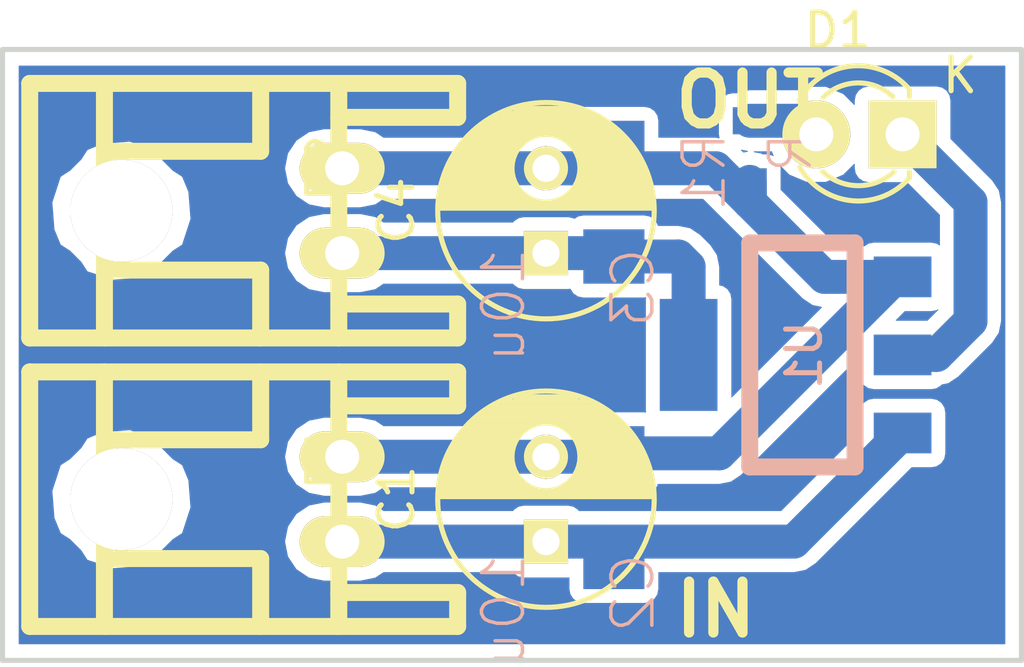
<source format=kicad_pcb>
(kicad_pcb (version 4) (host pcbnew 4.0.3-stable)

  (general
    (links 16)
    (no_connects 1)
    (area -8.075001 13.924999 22.075001 32.075001)
    (thickness 1.6)
    (drawings 6)
    (tracks 31)
    (zones 0)
    (modules 9)
    (nets 5)
  )

  (page A4)
  (layers
    (0 F.Cu signal)
    (31 B.Cu signal)
    (32 B.Adhes user)
    (33 F.Adhes user)
    (34 B.Paste user)
    (35 F.Paste user)
    (36 B.SilkS user)
    (37 F.SilkS user)
    (38 B.Mask user)
    (39 F.Mask user)
    (40 Dwgs.User user)
    (41 Cmts.User user)
    (42 Eco1.User user)
    (43 Eco2.User user)
    (44 Edge.Cuts user)
    (45 Margin user)
    (46 B.CrtYd user)
    (47 F.CrtYd user)
    (48 B.Fab user)
    (49 F.Fab user)
  )

  (setup
    (last_trace_width 1)
    (user_trace_width 0.5)
    (user_trace_width 1)
    (trace_clearance 0.2)
    (zone_clearance 0.4)
    (zone_45_only no)
    (trace_min 0.2)
    (segment_width 0.2)
    (edge_width 0.15)
    (via_size 0.6)
    (via_drill 0.4)
    (via_min_size 0.4)
    (via_min_drill 0.3)
    (user_via 1.2 0.8)
    (uvia_size 0.3)
    (uvia_drill 0.1)
    (uvias_allowed no)
    (uvia_min_size 0.2)
    (uvia_min_drill 0.1)
    (pcb_text_width 0.3)
    (pcb_text_size 1.5 1.5)
    (mod_edge_width 0.15)
    (mod_text_size 1 1)
    (mod_text_width 0.15)
    (pad_size 1.524 1.524)
    (pad_drill 0.762)
    (pad_to_mask_clearance 0.2)
    (aux_axis_origin 0 0)
    (visible_elements 7FFFFFFF)
    (pcbplotparams
      (layerselection 0x01000_80000000)
      (usegerberextensions false)
      (excludeedgelayer true)
      (linewidth 0.100000)
      (plotframeref false)
      (viasonmask false)
      (mode 1)
      (useauxorigin false)
      (hpglpennumber 1)
      (hpglpenspeed 20)
      (hpglpendiameter 15)
      (hpglpenoverlay 2)
      (psnegative false)
      (psa4output false)
      (plotreference true)
      (plotvalue true)
      (plotinvisibletext false)
      (padsonsilk false)
      (subtractmaskfromsilk false)
      (outputformat 1)
      (mirror false)
      (drillshape 0)
      (scaleselection 1)
      (outputdirectory ""))
  )

  (net 0 "")
  (net 1 "Net-(C1-Pad2)")
  (net 2 "Net-(C1-Pad1)")
  (net 3 "Net-(C3-Pad1)")
  (net 4 "Net-(D1-Pad2)")

  (net_class Default "これは標準のネット クラスです。"
    (clearance 0.2)
    (trace_width 0.25)
    (via_dia 0.6)
    (via_drill 0.4)
    (uvia_dia 0.3)
    (uvia_drill 0.1)
    (add_net "Net-(C1-Pad1)")
    (add_net "Net-(C1-Pad2)")
    (add_net "Net-(C3-Pad1)")
    (add_net "Net-(D1-Pad2)")
  )

  (module Capacitors_ThroughHole:C_Radial_D6.3_L11.2_P2.5 (layer F.Cu) (tedit 0) (tstamp 57D75393)
    (at 8 28.5 90)
    (descr "Radial Electrolytic Capacitor, Diameter 6.3mm x Length 11.2mm, Pitch 2.5mm")
    (tags "Electrolytic Capacitor")
    (path /57D75BD1)
    (fp_text reference C1 (at 1.25 -4.4 90) (layer F.SilkS)
      (effects (font (size 1 1) (thickness 0.15)))
    )
    (fp_text value 100u (at 1.25 4.4 90) (layer F.Fab)
      (effects (font (size 1 1) (thickness 0.15)))
    )
    (fp_line (start 1.325 -3.149) (end 1.325 3.149) (layer F.SilkS) (width 0.15))
    (fp_line (start 1.465 -3.143) (end 1.465 3.143) (layer F.SilkS) (width 0.15))
    (fp_line (start 1.605 -3.13) (end 1.605 -0.446) (layer F.SilkS) (width 0.15))
    (fp_line (start 1.605 0.446) (end 1.605 3.13) (layer F.SilkS) (width 0.15))
    (fp_line (start 1.745 -3.111) (end 1.745 -0.656) (layer F.SilkS) (width 0.15))
    (fp_line (start 1.745 0.656) (end 1.745 3.111) (layer F.SilkS) (width 0.15))
    (fp_line (start 1.885 -3.085) (end 1.885 -0.789) (layer F.SilkS) (width 0.15))
    (fp_line (start 1.885 0.789) (end 1.885 3.085) (layer F.SilkS) (width 0.15))
    (fp_line (start 2.025 -3.053) (end 2.025 -0.88) (layer F.SilkS) (width 0.15))
    (fp_line (start 2.025 0.88) (end 2.025 3.053) (layer F.SilkS) (width 0.15))
    (fp_line (start 2.165 -3.014) (end 2.165 -0.942) (layer F.SilkS) (width 0.15))
    (fp_line (start 2.165 0.942) (end 2.165 3.014) (layer F.SilkS) (width 0.15))
    (fp_line (start 2.305 -2.968) (end 2.305 -0.981) (layer F.SilkS) (width 0.15))
    (fp_line (start 2.305 0.981) (end 2.305 2.968) (layer F.SilkS) (width 0.15))
    (fp_line (start 2.445 -2.915) (end 2.445 -0.998) (layer F.SilkS) (width 0.15))
    (fp_line (start 2.445 0.998) (end 2.445 2.915) (layer F.SilkS) (width 0.15))
    (fp_line (start 2.585 -2.853) (end 2.585 -0.996) (layer F.SilkS) (width 0.15))
    (fp_line (start 2.585 0.996) (end 2.585 2.853) (layer F.SilkS) (width 0.15))
    (fp_line (start 2.725 -2.783) (end 2.725 -0.974) (layer F.SilkS) (width 0.15))
    (fp_line (start 2.725 0.974) (end 2.725 2.783) (layer F.SilkS) (width 0.15))
    (fp_line (start 2.865 -2.704) (end 2.865 -0.931) (layer F.SilkS) (width 0.15))
    (fp_line (start 2.865 0.931) (end 2.865 2.704) (layer F.SilkS) (width 0.15))
    (fp_line (start 3.005 -2.616) (end 3.005 -0.863) (layer F.SilkS) (width 0.15))
    (fp_line (start 3.005 0.863) (end 3.005 2.616) (layer F.SilkS) (width 0.15))
    (fp_line (start 3.145 -2.516) (end 3.145 -0.764) (layer F.SilkS) (width 0.15))
    (fp_line (start 3.145 0.764) (end 3.145 2.516) (layer F.SilkS) (width 0.15))
    (fp_line (start 3.285 -2.404) (end 3.285 -0.619) (layer F.SilkS) (width 0.15))
    (fp_line (start 3.285 0.619) (end 3.285 2.404) (layer F.SilkS) (width 0.15))
    (fp_line (start 3.425 -2.279) (end 3.425 -0.38) (layer F.SilkS) (width 0.15))
    (fp_line (start 3.425 0.38) (end 3.425 2.279) (layer F.SilkS) (width 0.15))
    (fp_line (start 3.565 -2.136) (end 3.565 2.136) (layer F.SilkS) (width 0.15))
    (fp_line (start 3.705 -1.974) (end 3.705 1.974) (layer F.SilkS) (width 0.15))
    (fp_line (start 3.845 -1.786) (end 3.845 1.786) (layer F.SilkS) (width 0.15))
    (fp_line (start 3.985 -1.563) (end 3.985 1.563) (layer F.SilkS) (width 0.15))
    (fp_line (start 4.125 -1.287) (end 4.125 1.287) (layer F.SilkS) (width 0.15))
    (fp_line (start 4.265 -0.912) (end 4.265 0.912) (layer F.SilkS) (width 0.15))
    (fp_circle (center 2.5 0) (end 2.5 -1) (layer F.SilkS) (width 0.15))
    (fp_circle (center 1.25 0) (end 1.25 -3.1875) (layer F.SilkS) (width 0.15))
    (fp_circle (center 1.25 0) (end 1.25 -3.4) (layer F.CrtYd) (width 0.05))
    (pad 2 thru_hole circle (at 2.5 0 90) (size 1.3 1.3) (drill 0.8) (layers *.Cu *.Mask F.SilkS)
      (net 1 "Net-(C1-Pad2)"))
    (pad 1 thru_hole rect (at 0 0 90) (size 1.3 1.3) (drill 0.8) (layers *.Cu *.Mask F.SilkS)
      (net 2 "Net-(C1-Pad1)"))
    (model Capacitors_ThroughHole.3dshapes/C_Radial_D6.3_L11.2_P2.5.wrl
      (at (xyz 0 0 0))
      (scale (xyz 1 1 1))
      (rotate (xyz 0 0 0))
    )
  )

  (module RP_KiCAD_Libs:C3216 (layer B.Cu) (tedit 0) (tstamp 57D75399)
    (at 10 27.5 90)
    (descr <b>CAPACITOR</b>)
    (path /57D75885)
    (fp_text reference C2 (at -1.27 1.27 90) (layer B.SilkS)
      (effects (font (size 1.2065 1.2065) (thickness 0.1016)) (justify left bottom mirror))
    )
    (fp_text value 10u (at -1.27 -2.54 90) (layer B.SilkS)
      (effects (font (size 1.2065 1.2065) (thickness 0.1016)) (justify left bottom mirror))
    )
    (fp_line (start -0.965 0.787) (end 0.965 0.787) (layer Dwgs.User) (width 0.1016))
    (fp_line (start -0.965 -0.787) (end 0.965 -0.787) (layer Dwgs.User) (width 0.1016))
    (fp_poly (pts (xy -1.7018 -0.8509) (xy -0.9517 -0.8509) (xy -0.9517 0.8491) (xy -1.7018 0.8491)) (layer Dwgs.User) (width 0))
    (fp_poly (pts (xy 0.9517 -0.8491) (xy 1.7018 -0.8491) (xy 1.7018 0.8509) (xy 0.9517 0.8509)) (layer Dwgs.User) (width 0))
    (fp_poly (pts (xy -0.3 -0.5001) (xy 0.3 -0.5001) (xy 0.3 0.5001) (xy -0.3 0.5001)) (layer B.Adhes) (width 0))
    (pad 1 smd rect (at -1.6 0 90) (size 1.6 1.8) (layers B.Cu B.Paste B.Mask)
      (net 2 "Net-(C1-Pad1)"))
    (pad 2 smd rect (at 1.6 0 90) (size 1.6 1.8) (layers B.Cu B.Paste B.Mask)
      (net 1 "Net-(C1-Pad2)"))
    (model Resistors_SMD.3dshapes/R_1206.wrl
      (at (xyz 0 0 0))
      (scale (xyz 1 1 1))
      (rotate (xyz 0 0 0))
    )
  )

  (module RP_KiCAD_Libs:C3216 (layer B.Cu) (tedit 0) (tstamp 57D7539F)
    (at 10 18.5 90)
    (descr <b>CAPACITOR</b>)
    (path /57D75B53)
    (fp_text reference C3 (at -1.27 1.27 90) (layer B.SilkS)
      (effects (font (size 1.2065 1.2065) (thickness 0.1016)) (justify left bottom mirror))
    )
    (fp_text value 10u (at -1.27 -2.54 90) (layer B.SilkS)
      (effects (font (size 1.2065 1.2065) (thickness 0.1016)) (justify left bottom mirror))
    )
    (fp_line (start -0.965 0.787) (end 0.965 0.787) (layer Dwgs.User) (width 0.1016))
    (fp_line (start -0.965 -0.787) (end 0.965 -0.787) (layer Dwgs.User) (width 0.1016))
    (fp_poly (pts (xy -1.7018 -0.8509) (xy -0.9517 -0.8509) (xy -0.9517 0.8491) (xy -1.7018 0.8491)) (layer Dwgs.User) (width 0))
    (fp_poly (pts (xy 0.9517 -0.8491) (xy 1.7018 -0.8491) (xy 1.7018 0.8509) (xy 0.9517 0.8509)) (layer Dwgs.User) (width 0))
    (fp_poly (pts (xy -0.3 -0.5001) (xy 0.3 -0.5001) (xy 0.3 0.5001) (xy -0.3 0.5001)) (layer B.Adhes) (width 0))
    (pad 1 smd rect (at -1.6 0 90) (size 1.6 1.8) (layers B.Cu B.Paste B.Mask)
      (net 3 "Net-(C3-Pad1)"))
    (pad 2 smd rect (at 1.6 0 90) (size 1.6 1.8) (layers B.Cu B.Paste B.Mask)
      (net 1 "Net-(C1-Pad2)"))
    (model Resistors_SMD.3dshapes/R_1206.wrl
      (at (xyz 0 0 0))
      (scale (xyz 1 1 1))
      (rotate (xyz 0 0 0))
    )
  )

  (module Capacitors_ThroughHole:C_Radial_D6.3_L11.2_P2.5 (layer F.Cu) (tedit 0) (tstamp 57D753A5)
    (at 8 20 90)
    (descr "Radial Electrolytic Capacitor, Diameter 6.3mm x Length 11.2mm, Pitch 2.5mm")
    (tags "Electrolytic Capacitor")
    (path /57D7581C)
    (fp_text reference C4 (at 1.25 -4.4 90) (layer F.SilkS)
      (effects (font (size 1 1) (thickness 0.15)))
    )
    (fp_text value 100u (at 1.25 4.4 90) (layer F.Fab)
      (effects (font (size 1 1) (thickness 0.15)))
    )
    (fp_line (start 1.325 -3.149) (end 1.325 3.149) (layer F.SilkS) (width 0.15))
    (fp_line (start 1.465 -3.143) (end 1.465 3.143) (layer F.SilkS) (width 0.15))
    (fp_line (start 1.605 -3.13) (end 1.605 -0.446) (layer F.SilkS) (width 0.15))
    (fp_line (start 1.605 0.446) (end 1.605 3.13) (layer F.SilkS) (width 0.15))
    (fp_line (start 1.745 -3.111) (end 1.745 -0.656) (layer F.SilkS) (width 0.15))
    (fp_line (start 1.745 0.656) (end 1.745 3.111) (layer F.SilkS) (width 0.15))
    (fp_line (start 1.885 -3.085) (end 1.885 -0.789) (layer F.SilkS) (width 0.15))
    (fp_line (start 1.885 0.789) (end 1.885 3.085) (layer F.SilkS) (width 0.15))
    (fp_line (start 2.025 -3.053) (end 2.025 -0.88) (layer F.SilkS) (width 0.15))
    (fp_line (start 2.025 0.88) (end 2.025 3.053) (layer F.SilkS) (width 0.15))
    (fp_line (start 2.165 -3.014) (end 2.165 -0.942) (layer F.SilkS) (width 0.15))
    (fp_line (start 2.165 0.942) (end 2.165 3.014) (layer F.SilkS) (width 0.15))
    (fp_line (start 2.305 -2.968) (end 2.305 -0.981) (layer F.SilkS) (width 0.15))
    (fp_line (start 2.305 0.981) (end 2.305 2.968) (layer F.SilkS) (width 0.15))
    (fp_line (start 2.445 -2.915) (end 2.445 -0.998) (layer F.SilkS) (width 0.15))
    (fp_line (start 2.445 0.998) (end 2.445 2.915) (layer F.SilkS) (width 0.15))
    (fp_line (start 2.585 -2.853) (end 2.585 -0.996) (layer F.SilkS) (width 0.15))
    (fp_line (start 2.585 0.996) (end 2.585 2.853) (layer F.SilkS) (width 0.15))
    (fp_line (start 2.725 -2.783) (end 2.725 -0.974) (layer F.SilkS) (width 0.15))
    (fp_line (start 2.725 0.974) (end 2.725 2.783) (layer F.SilkS) (width 0.15))
    (fp_line (start 2.865 -2.704) (end 2.865 -0.931) (layer F.SilkS) (width 0.15))
    (fp_line (start 2.865 0.931) (end 2.865 2.704) (layer F.SilkS) (width 0.15))
    (fp_line (start 3.005 -2.616) (end 3.005 -0.863) (layer F.SilkS) (width 0.15))
    (fp_line (start 3.005 0.863) (end 3.005 2.616) (layer F.SilkS) (width 0.15))
    (fp_line (start 3.145 -2.516) (end 3.145 -0.764) (layer F.SilkS) (width 0.15))
    (fp_line (start 3.145 0.764) (end 3.145 2.516) (layer F.SilkS) (width 0.15))
    (fp_line (start 3.285 -2.404) (end 3.285 -0.619) (layer F.SilkS) (width 0.15))
    (fp_line (start 3.285 0.619) (end 3.285 2.404) (layer F.SilkS) (width 0.15))
    (fp_line (start 3.425 -2.279) (end 3.425 -0.38) (layer F.SilkS) (width 0.15))
    (fp_line (start 3.425 0.38) (end 3.425 2.279) (layer F.SilkS) (width 0.15))
    (fp_line (start 3.565 -2.136) (end 3.565 2.136) (layer F.SilkS) (width 0.15))
    (fp_line (start 3.705 -1.974) (end 3.705 1.974) (layer F.SilkS) (width 0.15))
    (fp_line (start 3.845 -1.786) (end 3.845 1.786) (layer F.SilkS) (width 0.15))
    (fp_line (start 3.985 -1.563) (end 3.985 1.563) (layer F.SilkS) (width 0.15))
    (fp_line (start 4.125 -1.287) (end 4.125 1.287) (layer F.SilkS) (width 0.15))
    (fp_line (start 4.265 -0.912) (end 4.265 0.912) (layer F.SilkS) (width 0.15))
    (fp_circle (center 2.5 0) (end 2.5 -1) (layer F.SilkS) (width 0.15))
    (fp_circle (center 1.25 0) (end 1.25 -3.1875) (layer F.SilkS) (width 0.15))
    (fp_circle (center 1.25 0) (end 1.25 -3.4) (layer F.CrtYd) (width 0.05))
    (pad 2 thru_hole circle (at 2.5 0 90) (size 1.3 1.3) (drill 0.8) (layers *.Cu *.Mask F.SilkS)
      (net 1 "Net-(C1-Pad2)"))
    (pad 1 thru_hole rect (at 0 0 90) (size 1.3 1.3) (drill 0.8) (layers *.Cu *.Mask F.SilkS)
      (net 3 "Net-(C3-Pad1)"))
    (model Capacitors_ThroughHole.3dshapes/C_Radial_D6.3_L11.2_P2.5.wrl
      (at (xyz 0 0 0))
      (scale (xyz 1 1 1))
      (rotate (xyz 0 0 0))
    )
  )

  (module RP_KiCAD_Connector:XA_2LC (layer F.Cu) (tedit 5763B232) (tstamp 57D753AC)
    (at 2 26 270)
    (path /57D758C6)
    (fp_text reference P1 (at 0 0.5 270) (layer F.SilkS)
      (effects (font (size 1 1) (thickness 0.15)))
    )
    (fp_text value CONN_01X02 (at 0 -0.5 270) (layer F.Fab)
      (effects (font (size 1 1) (thickness 0.15)))
    )
    (fp_line (start -1.5 -3.4) (end -2.5 -3.4) (layer F.SilkS) (width 0.5))
    (fp_line (start 5 -3.4) (end 4 -3.4) (layer F.SilkS) (width 0.5))
    (fp_line (start 4 -3.4) (end 4 0.1) (layer F.SilkS) (width 0.5))
    (fp_line (start -1.5 -3.4) (end -1.5 0.1) (layer F.SilkS) (width 0.5))
    (fp_line (start 3 2.4) (end 5 2.4) (layer F.SilkS) (width 0.5))
    (fp_line (start -0.5 2.4) (end -2.5 2.4) (layer F.SilkS) (width 0.5))
    (fp_line (start 3 2.4) (end 3 7) (layer F.SilkS) (width 0.5))
    (fp_line (start -0.5 2.4) (end -0.5 7) (layer F.SilkS) (width 0.5))
    (fp_line (start -2.5 0.1) (end 5 0.1) (layer F.SilkS) (width 0.5))
    (fp_line (start -2.5 7) (end 5 7) (layer F.SilkS) (width 0.5))
    (fp_line (start -2.5 9.2) (end 5 9.2) (layer F.SilkS) (width 0.5))
    (fp_line (start 5 -3.4) (end 5 9.2) (layer F.SilkS) (width 0.5))
    (fp_line (start -2.5 -3.4) (end -2.5 9.2) (layer F.SilkS) (width 0.5))
    (pad 1 thru_hole oval (at 0 0 270) (size 1.5 2.5) (drill 1) (layers *.Cu *.Mask F.SilkS)
      (net 1 "Net-(C1-Pad2)"))
    (pad 2 thru_hole oval (at 2.5 0 270) (size 1.5 2.5) (drill 1) (layers *.Cu *.Mask F.SilkS)
      (net 2 "Net-(C1-Pad1)"))
    (pad "" thru_hole circle (at 1.25 6.5 270) (size 3 3) (drill 3) (layers *.Cu *.Mask F.SilkS)
      (clearance -0.3))
    (model conn_XA/XA_2S.wrl
      (at (xyz 0.05 -0.2 0))
      (scale (xyz 4 4 4))
      (rotate (xyz 0 0 180))
    )
  )

  (module RP_KiCAD_Connector:XA_2LC (layer F.Cu) (tedit 5763B232) (tstamp 57D753B3)
    (at 2 17.5 270)
    (path /57D75925)
    (fp_text reference P2 (at 0 0.5 270) (layer F.SilkS)
      (effects (font (size 1 1) (thickness 0.15)))
    )
    (fp_text value CONN_01X02 (at 0 -0.5 270) (layer F.Fab)
      (effects (font (size 1 1) (thickness 0.15)))
    )
    (fp_line (start -1.5 -3.4) (end -2.5 -3.4) (layer F.SilkS) (width 0.5))
    (fp_line (start 5 -3.4) (end 4 -3.4) (layer F.SilkS) (width 0.5))
    (fp_line (start 4 -3.4) (end 4 0.1) (layer F.SilkS) (width 0.5))
    (fp_line (start -1.5 -3.4) (end -1.5 0.1) (layer F.SilkS) (width 0.5))
    (fp_line (start 3 2.4) (end 5 2.4) (layer F.SilkS) (width 0.5))
    (fp_line (start -0.5 2.4) (end -2.5 2.4) (layer F.SilkS) (width 0.5))
    (fp_line (start 3 2.4) (end 3 7) (layer F.SilkS) (width 0.5))
    (fp_line (start -0.5 2.4) (end -0.5 7) (layer F.SilkS) (width 0.5))
    (fp_line (start -2.5 0.1) (end 5 0.1) (layer F.SilkS) (width 0.5))
    (fp_line (start -2.5 7) (end 5 7) (layer F.SilkS) (width 0.5))
    (fp_line (start -2.5 9.2) (end 5 9.2) (layer F.SilkS) (width 0.5))
    (fp_line (start 5 -3.4) (end 5 9.2) (layer F.SilkS) (width 0.5))
    (fp_line (start -2.5 -3.4) (end -2.5 9.2) (layer F.SilkS) (width 0.5))
    (pad 1 thru_hole oval (at 0 0 270) (size 1.5 2.5) (drill 1) (layers *.Cu *.Mask F.SilkS)
      (net 1 "Net-(C1-Pad2)"))
    (pad 2 thru_hole oval (at 2.5 0 270) (size 1.5 2.5) (drill 1) (layers *.Cu *.Mask F.SilkS)
      (net 3 "Net-(C3-Pad1)"))
    (pad "" thru_hole circle (at 1.25 6.5 270) (size 3 3) (drill 3) (layers *.Cu *.Mask F.SilkS)
      (clearance -0.3))
    (model conn_XA/XA_2S.wrl
      (at (xyz 0.05 -0.2 0))
      (scale (xyz 4 4 4))
      (rotate (xyz 0 0 180))
    )
  )

  (module TO_SOT_Packages_SMD:SOT-223_reg (layer B.Cu) (tedit 57D7553B) (tstamp 57D75606)
    (at 18.5 23 270)
    (path /57D757F5)
    (fp_text reference U1 (at 0 2.9 270) (layer B.SilkS)
      (effects (font (size 1 1) (thickness 0.15)) (justify mirror))
    )
    (fp_text value NCP1117ST50T3G (at 0 -1.7 270) (layer B.Fab)
      (effects (font (size 1 1) (thickness 0.15)) (justify mirror))
    )
    (fp_line (start 3.3 4.5) (end 3.3 1.4) (layer B.SilkS) (width 0.5))
    (fp_line (start -3.3 4.5) (end -3.3 1.4) (layer B.SilkS) (width 0.5))
    (fp_line (start -3.3 1.4) (end 3.3 1.4) (layer B.SilkS) (width 0.5))
    (fp_line (start -3.3 4.5) (end 3.3 4.5) (layer B.SilkS) (width 0.5))
    (pad 1 smd rect (at -2.3 0 270) (size 1.2 1.7) (layers B.Cu B.Paste B.Mask)
      (net 1 "Net-(C1-Pad2)"))
    (pad 2 smd rect (at 0 0 270) (size 1.2 1.7) (layers B.Cu B.Paste B.Mask)
      (net 3 "Net-(C3-Pad1)"))
    (pad 3 smd rect (at 2.3 0 270) (size 1.2 1.7) (layers B.Cu B.Paste B.Mask)
      (net 2 "Net-(C1-Pad1)"))
    (pad 2 smd rect (at 0 6.3 270) (size 3.3 1.7) (layers B.Cu B.Paste B.Mask)
      (net 3 "Net-(C3-Pad1)"))
    (model TO_SOT_Packages_SMD.3dshapes/SOT-223.wrl
      (at (xyz 0 0.12 0))
      (scale (xyz 0.39 0.39 0.39))
      (rotate (xyz 0 0 0))
    )
  )

  (module LEDs:LED-3MM (layer F.Cu) (tedit 559B82F6) (tstamp 57D7569D)
    (at 18.5 16.5 180)
    (descr "LED 3mm round vertical")
    (tags "LED  3mm round vertical")
    (path /57D76330)
    (fp_text reference D1 (at 1.91 3.06 180) (layer F.SilkS)
      (effects (font (size 1 1) (thickness 0.15)))
    )
    (fp_text value LED (at 1.3 -2.9 180) (layer F.Fab)
      (effects (font (size 1 1) (thickness 0.15)))
    )
    (fp_line (start -1.2 2.3) (end 3.8 2.3) (layer F.CrtYd) (width 0.05))
    (fp_line (start 3.8 2.3) (end 3.8 -2.2) (layer F.CrtYd) (width 0.05))
    (fp_line (start 3.8 -2.2) (end -1.2 -2.2) (layer F.CrtYd) (width 0.05))
    (fp_line (start -1.2 -2.2) (end -1.2 2.3) (layer F.CrtYd) (width 0.05))
    (fp_line (start -0.199 1.314) (end -0.199 1.114) (layer F.SilkS) (width 0.15))
    (fp_line (start -0.199 -1.28) (end -0.199 -1.1) (layer F.SilkS) (width 0.15))
    (fp_arc (start 1.301 0.034) (end -0.199 -1.286) (angle 108.5) (layer F.SilkS) (width 0.15))
    (fp_arc (start 1.301 0.034) (end 0.25 -1.1) (angle 85.7) (layer F.SilkS) (width 0.15))
    (fp_arc (start 1.311 0.034) (end 3.051 0.994) (angle 110) (layer F.SilkS) (width 0.15))
    (fp_arc (start 1.301 0.034) (end 2.335 1.094) (angle 87.5) (layer F.SilkS) (width 0.15))
    (fp_text user K (at -1.69 1.74 180) (layer F.SilkS)
      (effects (font (size 1 1) (thickness 0.15)))
    )
    (pad 1 thru_hole rect (at 0 0 270) (size 2 2) (drill 1.00076) (layers *.Cu *.Mask F.SilkS)
      (net 3 "Net-(C3-Pad1)"))
    (pad 2 thru_hole circle (at 2.54 0 180) (size 2 2) (drill 1.00076) (layers *.Cu *.Mask F.SilkS)
      (net 4 "Net-(D1-Pad2)"))
    (model LEDs.3dshapes/LED-3MM.wrl
      (at (xyz 0.05 0 0))
      (scale (xyz 1 1 1))
      (rotate (xyz 0 0 90))
    )
  )

  (module RP_KiCAD_Libs:C1608_WP (layer B.Cu) (tedit 57C3E677) (tstamp 57D756A3)
    (at 14 17 270)
    (descr <b>CAPACITOR</b>)
    (path /57D7636F)
    (fp_text reference R1 (at -0.635 0.635 270) (layer B.SilkS)
      (effects (font (size 1.2065 1.2065) (thickness 0.1016)) (justify left bottom mirror))
    )
    (fp_text value R (at -0.635 -1.905 270) (layer B.SilkS)
      (effects (font (size 1.2065 1.2065) (thickness 0.1016)) (justify left bottom mirror))
    )
    (fp_line (start -0.356 0.432) (end 0.356 0.432) (layer Dwgs.User) (width 0.1016))
    (fp_line (start -0.356 -0.419) (end 0.356 -0.419) (layer Dwgs.User) (width 0.1016))
    (fp_poly (pts (xy -0.8382 -0.4699) (xy -0.3381 -0.4699) (xy -0.3381 0.4801) (xy -0.8382 0.4801)) (layer Dwgs.User) (width 0))
    (fp_poly (pts (xy 0.3302 -0.4699) (xy 0.8303 -0.4699) (xy 0.8303 0.4801) (xy 0.3302 0.4801)) (layer Dwgs.User) (width 0))
    (fp_poly (pts (xy -0.1999 -0.3) (xy 0.1999 -0.3) (xy 0.1999 0.3) (xy -0.1999 0.3)) (layer B.Adhes) (width 0))
    (pad 1 smd rect (at -0.9 0 270) (size 0.8 1) (layers B.Cu B.Paste B.Mask)
      (net 4 "Net-(D1-Pad2)"))
    (pad 2 smd rect (at 0.9 0 270) (size 0.8 1) (layers B.Cu B.Paste B.Mask)
      (net 1 "Net-(C1-Pad2)"))
    (model Resistors_SMD.3dshapes/R_0603.wrl
      (at (xyz 0 0 0))
      (scale (xyz 1 1 1))
      (rotate (xyz 0 0 0))
    )
  )

  (gr_text OUT (at 14 15.5) (layer F.SilkS)
    (effects (font (size 1.5 1.5) (thickness 0.3)))
  )
  (gr_text IN (at 13 30.5) (layer F.SilkS)
    (effects (font (size 1.5 1.5) (thickness 0.3)))
  )
  (gr_line (start 22 14) (end 22 32) (angle 90) (layer Edge.Cuts) (width 0.15))
  (gr_line (start 22 14) (end -8 14) (angle 90) (layer Edge.Cuts) (width 0.15))
  (gr_line (start -8 32) (end 22 32) (angle 90) (layer Edge.Cuts) (width 0.15))
  (gr_line (start -8 14) (end -8 32) (angle 90) (layer Edge.Cuts) (width 0.15))

  (segment (start 14 18.5) (end 14 17.9) (width 1) (layer B.Cu) (net 1) (status 800000))
  (segment (start 8 17.5) (end 13 17.5) (width 1) (layer B.Cu) (net 1))
  (segment (start 16.2 20.7) (end 18.5 20.7) (width 1) (layer B.Cu) (net 1) (tstamp 57D75702))
  (segment (start 13 17.5) (end 14 18.5) (width 1) (layer B.Cu) (net 1) (tstamp 57D75701))
  (segment (start 14 18.5) (end 16.2 20.7) (width 1) (layer B.Cu) (net 1) (tstamp 57D75713))
  (segment (start 18.5 20.7) (end 18.3 20.7) (width 1) (layer B.Cu) (net 1))
  (segment (start 18.3 20.7) (end 13.1 25.9) (width 1) (layer B.Cu) (net 1) (tstamp 57D75636))
  (segment (start 13.1 25.9) (end 10 25.9) (width 1) (layer B.Cu) (net 1) (tstamp 57D75637))
  (segment (start 8 26) (end 9.9 26) (width 1) (layer B.Cu) (net 1))
  (segment (start 9.9 26) (end 10 25.9) (width 1) (layer B.Cu) (net 1) (tstamp 57D7562A))
  (segment (start 8 17.5) (end 9.4 17.5) (width 1) (layer B.Cu) (net 1))
  (segment (start 9.4 17.5) (end 10 16.9) (width 1) (layer B.Cu) (net 1) (tstamp 57D75580))
  (segment (start 2 17.5) (end 8 17.5) (width 1) (layer B.Cu) (net 1))
  (segment (start 2 26) (end 8 26) (width 1) (layer B.Cu) (net 1))
  (segment (start 8 28.5) (end 15.3 28.5) (width 1) (layer B.Cu) (net 2))
  (segment (start 15.3 28.5) (end 18.5 25.3) (width 1) (layer B.Cu) (net 2) (tstamp 57D75630))
  (segment (start 8 28.5) (end 9.4 28.5) (width 1) (layer B.Cu) (net 2))
  (segment (start 9.4 28.5) (end 10 29.1) (width 1) (layer B.Cu) (net 2) (tstamp 57D7562D))
  (segment (start 2 28.5) (end 8 28.5) (width 1) (layer B.Cu) (net 2))
  (segment (start 18.5 23) (end 19.5 23) (width 1) (layer B.Cu) (net 3))
  (segment (start 20.5 18.5) (end 18.5 16.5) (width 1) (layer B.Cu) (net 3) (tstamp 57D756CC))
  (segment (start 20.5 22) (end 20.5 18.5) (width 1) (layer B.Cu) (net 3) (tstamp 57D756CB))
  (segment (start 19.5 23) (end 20.5 22) (width 1) (layer B.Cu) (net 3) (tstamp 57D756CA))
  (segment (start 12.2 23) (end 12.2 20.4) (width 1) (layer B.Cu) (net 3))
  (segment (start 12.2 20.4) (end 11.9 20.1) (width 1) (layer B.Cu) (net 3) (tstamp 57D7560D))
  (segment (start 10 20.1) (end 11.9 20.1) (width 1) (layer B.Cu) (net 3))
  (segment (start 8 20) (end 9.9 20) (width 1) (layer B.Cu) (net 3))
  (segment (start 9.9 20) (end 10 20.1) (width 1) (layer B.Cu) (net 3) (tstamp 57D7557D))
  (segment (start 2 20) (end 8 20) (width 1) (layer B.Cu) (net 3))
  (segment (start 14 16.1) (end 15.56 16.1) (width 1) (layer B.Cu) (net 4) (status C00000))
  (segment (start 15.56 16.1) (end 15.96 16.5) (width 1) (layer B.Cu) (net 4) (tstamp 57D7570D) (status C00000))

  (zone (net 0) (net_name "") (layer B.Cu) (tstamp 57D755D0) (hatch edge 0.508)
    (connect_pads (clearance 0.4))
    (min_thickness 0.026)
    (fill yes (arc_segments 16) (thermal_gap 0.508) (thermal_bridge_width 0.508))
    (polygon
      (pts
        (xy 22 32) (xy -8 32) (xy -8 14) (xy 22 14)
      )
    )
    (filled_polygon
      (pts
        (xy 21.512 31.512) (xy -7.512 31.512) (xy -7.512 27.006607) (xy -6.546169 27.006607) (xy -6.483556 27.808169)
        (xy -6.297271 28.257901) (xy -6.024693 28.433867) (xy -6.02296 28.432134) (xy -5.682431 28.773257) (xy -5.683867 28.774693)
        (xy -5.507901 29.047271) (xy -4.743393 29.296169) (xy -3.941831 29.233556) (xy -3.492099 29.047271) (xy -3.316133 28.774693)
        (xy -3.317866 28.77296) (xy -3.04443 28.5) (xy 0.30442 28.5) (xy 0.392948 28.945061) (xy 0.645055 29.322365)
        (xy 1.022359 29.574472) (xy 1.46742 29.663) (xy 2.53258 29.663) (xy 2.977641 29.574472) (xy 3.2193 29.413)
        (xy 7.028459 29.413) (xy 7.048159 29.443614) (xy 7.186172 29.537915) (xy 7.35 29.571091) (xy 8.65 29.571091)
        (xy 8.678909 29.565651) (xy 8.678909 29.9) (xy 8.707707 30.053049) (xy 8.798159 30.193614) (xy 8.936172 30.287915)
        (xy 9.1 30.321091) (xy 10.9 30.321091) (xy 11.053049 30.292293) (xy 11.193614 30.201841) (xy 11.287915 30.063828)
        (xy 11.321091 29.9) (xy 11.321091 29.413) (xy 15.3 29.413) (xy 15.64939 29.343502) (xy 15.945588 29.145588)
        (xy 18.770086 26.321091) (xy 19.35 26.321091) (xy 19.503049 26.292293) (xy 19.643614 26.201841) (xy 19.737915 26.063828)
        (xy 19.771091 25.9) (xy 19.771091 24.7) (xy 19.742293 24.546951) (xy 19.651841 24.406386) (xy 19.513828 24.312085)
        (xy 19.35 24.278909) (xy 17.65 24.278909) (xy 17.496951 24.307707) (xy 17.356386 24.398159) (xy 17.262085 24.536172)
        (xy 17.228909 24.7) (xy 17.228909 25.279914) (xy 14.921824 27.587) (xy 8.971541 27.587) (xy 8.951841 27.556386)
        (xy 8.813828 27.462085) (xy 8.65 27.428909) (xy 7.35 27.428909) (xy 7.196951 27.457707) (xy 7.056386 27.548159)
        (xy 7.029847 27.587) (xy 3.2193 27.587) (xy 2.977641 27.425528) (xy 2.53258 27.337) (xy 1.46742 27.337)
        (xy 1.022359 27.425528) (xy 0.645055 27.677635) (xy 0.392948 28.054939) (xy 0.30442 28.5) (xy -3.04443 28.5)
        (xy -2.976743 28.432431) (xy -2.975307 28.433867) (xy -2.702729 28.257901) (xy -2.453831 27.493393) (xy -2.516444 26.691831)
        (xy -2.702729 26.242099) (xy -2.975307 26.066133) (xy -2.97704 26.067866) (xy -3.317569 25.726743) (xy -3.316133 25.725307)
        (xy -3.492099 25.452729) (xy -4.256607 25.203831) (xy -5.058169 25.266444) (xy -5.507901 25.452729) (xy -5.683867 25.725307)
        (xy -5.682134 25.72704) (xy -6.023257 26.067569) (xy -6.024693 26.066133) (xy -6.297271 26.242099) (xy -6.546169 27.006607)
        (xy -7.512 27.006607) (xy -7.512 18.506607) (xy -6.546169 18.506607) (xy -6.483556 19.308169) (xy -6.297271 19.757901)
        (xy -6.024693 19.933867) (xy -6.02296 19.932134) (xy -5.682431 20.273257) (xy -5.683867 20.274693) (xy -5.507901 20.547271)
        (xy -4.743393 20.796169) (xy -3.941831 20.733556) (xy -3.492099 20.547271) (xy -3.316133 20.274693) (xy -3.317866 20.27296)
        (xy -2.976743 19.932431) (xy -2.975307 19.933867) (xy -2.702729 19.757901) (xy -2.453831 18.993393) (xy -2.516444 18.191831)
        (xy -2.702729 17.742099) (xy -2.975307 17.566133) (xy -2.97704 17.567866) (xy -3.044787 17.5) (xy 0.30442 17.5)
        (xy 0.392948 17.945061) (xy 0.645055 18.322365) (xy 1.022359 18.574472) (xy 1.46742 18.663) (xy 2.53258 18.663)
        (xy 2.977641 18.574472) (xy 3.2193 18.413) (xy 7.426834 18.413) (xy 7.787629 18.562815) (xy 8.210516 18.563184)
        (xy 8.573989 18.413) (xy 12.621824 18.413) (xy 13.354412 19.145589) (xy 13.354415 19.145591) (xy 15.554412 21.345589)
        (xy 15.85061 21.543502) (xy 16.113107 21.595716) (xy 13.471091 24.237733) (xy 13.471091 21.35) (xy 13.442293 21.196951)
        (xy 13.351841 21.056386) (xy 13.213828 20.962085) (xy 13.113 20.941667) (xy 13.113 20.4) (xy 13.043502 20.05061)
        (xy 12.967037 19.936172) (xy 12.845588 19.754411) (xy 12.545588 19.454412) (xy 12.24939 19.256498) (xy 11.9 19.187)
        (xy 11.299829 19.187) (xy 11.292293 19.146951) (xy 11.201841 19.006386) (xy 11.063828 18.912085) (xy 10.9 18.878909)
        (xy 9.1 18.878909) (xy 8.946951 18.907707) (xy 8.837408 18.978197) (xy 8.813828 18.962085) (xy 8.65 18.928909)
        (xy 7.35 18.928909) (xy 7.196951 18.957707) (xy 7.056386 19.048159) (xy 7.029847 19.087) (xy 3.2193 19.087)
        (xy 2.977641 18.925528) (xy 2.53258 18.837) (xy 1.46742 18.837) (xy 1.022359 18.925528) (xy 0.645055 19.177635)
        (xy 0.392948 19.554939) (xy 0.30442 20) (xy 0.392948 20.445061) (xy 0.645055 20.822365) (xy 1.022359 21.074472)
        (xy 1.46742 21.163) (xy 2.53258 21.163) (xy 2.977641 21.074472) (xy 3.2193 20.913) (xy 7.028459 20.913)
        (xy 7.048159 20.943614) (xy 7.186172 21.037915) (xy 7.35 21.071091) (xy 8.65 21.071091) (xy 8.71183 21.059457)
        (xy 8.798159 21.193614) (xy 8.936172 21.287915) (xy 9.1 21.321091) (xy 10.9 21.321091) (xy 10.93614 21.314291)
        (xy 10.928909 21.35) (xy 10.928909 24.65) (xy 10.935709 24.68614) (xy 10.9 24.678909) (xy 9.1 24.678909)
        (xy 8.946951 24.707707) (xy 8.806386 24.798159) (xy 8.712085 24.936172) (xy 8.681542 25.087) (xy 8.573166 25.087)
        (xy 8.212371 24.937185) (xy 7.789484 24.936816) (xy 7.426011 25.087) (xy 3.2193 25.087) (xy 2.977641 24.925528)
        (xy 2.53258 24.837) (xy 1.46742 24.837) (xy 1.022359 24.925528) (xy 0.645055 25.177635) (xy 0.392948 25.554939)
        (xy 0.30442 26) (xy 0.392948 26.445061) (xy 0.645055 26.822365) (xy 1.022359 27.074472) (xy 1.46742 27.163)
        (xy 2.53258 27.163) (xy 2.977641 27.074472) (xy 3.2193 26.913) (xy 7.426834 26.913) (xy 7.787629 27.062815)
        (xy 8.210516 27.063184) (xy 8.573989 26.913) (xy 8.746285 26.913) (xy 8.798159 26.993614) (xy 8.936172 27.087915)
        (xy 9.1 27.121091) (xy 10.9 27.121091) (xy 11.053049 27.092293) (xy 11.193614 27.001841) (xy 11.287915 26.863828)
        (xy 11.298208 26.813) (xy 13.1 26.813) (xy 13.44939 26.743502) (xy 13.745588 26.545588) (xy 17.228909 23.062268)
        (xy 17.228909 23.6) (xy 17.257707 23.753049) (xy 17.348159 23.893614) (xy 17.486172 23.987915) (xy 17.65 24.021091)
        (xy 19.35 24.021091) (xy 19.503049 23.992293) (xy 19.643614 23.901841) (xy 19.657379 23.881695) (xy 19.84939 23.843502)
        (xy 20.145588 23.645588) (xy 21.145589 22.645588) (xy 21.343502 22.34939) (xy 21.413 22) (xy 21.413 18.5)
        (xy 21.343502 18.15061) (xy 21.304536 18.092293) (xy 21.145588 17.854411) (xy 19.921091 16.629915) (xy 19.921091 15.5)
        (xy 19.892293 15.346951) (xy 19.801841 15.206386) (xy 19.663828 15.112085) (xy 19.5 15.078909) (xy 17.5 15.078909)
        (xy 17.346951 15.107707) (xy 17.206386 15.198159) (xy 17.112085 15.336172) (xy 17.078909 15.5) (xy 17.078909 15.620835)
        (xy 16.761445 15.302816) (xy 16.242296 15.087246) (xy 15.68017 15.086756) (xy 15.437561 15.187) (xy 14 15.187)
        (xy 13.65061 15.256498) (xy 13.61707 15.278909) (xy 13.5 15.278909) (xy 13.346951 15.307707) (xy 13.206386 15.398159)
        (xy 13.112085 15.536172) (xy 13.078909 15.7) (xy 13.078909 16.5) (xy 13.098984 16.606689) (xy 13 16.587)
        (xy 11.321091 16.587) (xy 11.321091 16.1) (xy 11.292293 15.946951) (xy 11.201841 15.806386) (xy 11.063828 15.712085)
        (xy 10.9 15.678909) (xy 9.1 15.678909) (xy 8.946951 15.707707) (xy 8.806386 15.798159) (xy 8.712085 15.936172)
        (xy 8.678909 16.1) (xy 8.678909 16.587) (xy 8.573166 16.587) (xy 8.212371 16.437185) (xy 7.789484 16.436816)
        (xy 7.426011 16.587) (xy 3.2193 16.587) (xy 2.977641 16.425528) (xy 2.53258 16.337) (xy 1.46742 16.337)
        (xy 1.022359 16.425528) (xy 0.645055 16.677635) (xy 0.392948 17.054939) (xy 0.30442 17.5) (xy -3.044787 17.5)
        (xy -3.317569 17.226743) (xy -3.316133 17.225307) (xy -3.492099 16.952729) (xy -4.256607 16.703831) (xy -5.058169 16.766444)
        (xy -5.507901 16.952729) (xy -5.683867 17.225307) (xy -5.682134 17.22704) (xy -6.023257 17.567569) (xy -6.024693 17.566133)
        (xy -6.297271 17.742099) (xy -6.546169 18.506607) (xy -7.512 18.506607) (xy -7.512 14.488) (xy 21.512 14.488)
      )
    )
    (filled_polygon
      (pts
        (xy 19.229915 21.978909) (xy 18.312268 21.978909) (xy 18.570086 21.721091) (xy 19.35 21.721091) (xy 19.503049 21.692293)
        (xy 19.540864 21.66796)
      )
    )
    (filled_polygon
      (pts
        (xy 17.078909 17.5) (xy 17.107707 17.653049) (xy 17.198159 17.793614) (xy 17.336172 17.887915) (xy 17.5 17.921091)
        (xy 18.629915 17.921091) (xy 19.587 18.878177) (xy 19.587 19.762082) (xy 19.513828 19.712085) (xy 19.35 19.678909)
        (xy 17.65 19.678909) (xy 17.496951 19.707707) (xy 17.373727 19.787) (xy 16.578177 19.787) (xy 14.921091 18.129915)
        (xy 14.921091 17.5) (xy 14.911655 17.449853) (xy 15.158555 17.697184) (xy 15.677704 17.912754) (xy 16.23983 17.913244)
        (xy 16.759354 17.698581) (xy 17.078909 17.379583)
      )
    )
    (filled_polygon
      (pts
        (xy 14.691993 17.131329) (xy 14.663828 17.112085) (xy 14.5 17.078909) (xy 14.38293 17.078909) (xy 14.34939 17.056498)
        (xy 14.130711 17.013) (xy 14.6431 17.013)
      )
    )
    (filled_polygon
      (pts
        (xy 13.934645 17) (xy 13.814979 17.023803) (xy 13.755552 16.964376)
      )
    )
  )
)

</source>
